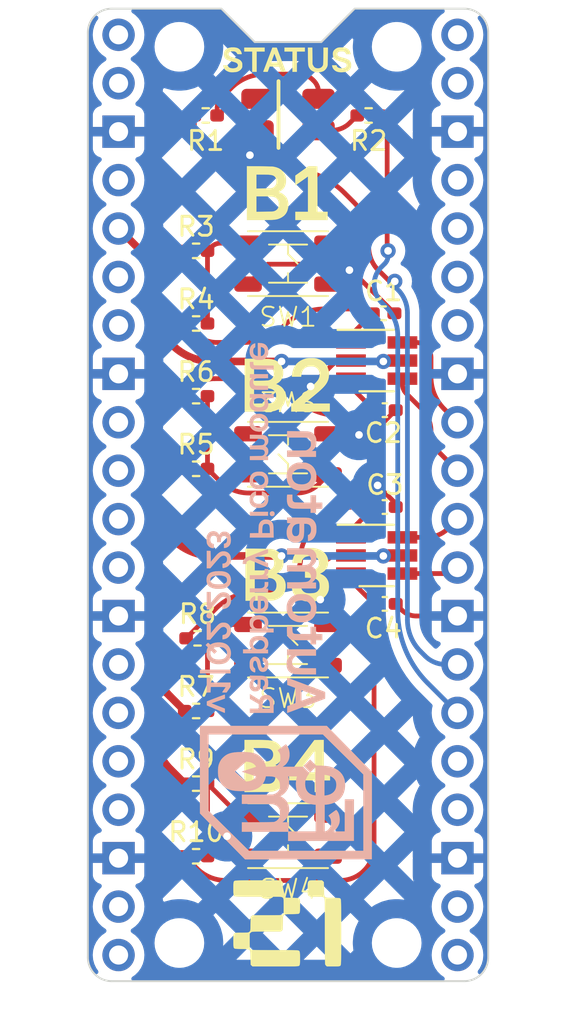
<source format=kicad_pcb>
(kicad_pcb (version 20221018) (generator pcbnew)
  (layers (0 "F.Cu" signal) (31 "B.Cu" signal) (34 "B.Paste" user) (35 "F.Paste" user) (36 "B.SilkS" user "B.Silkscreen") (37 "F.SilkS" user "F.Silkscreen") (38 "B.Mask" user) (39 "F.Mask" user) (44 "Edge.Cuts" user))
  (net 0 "")
  (net 1 "Net-(C1-Pad1)")
  (net 2 "GND")
  (net 3 "Net-(C2-Pad1)")
  (net 4 "Net-(C3-Pad1)")
  (net 5 "Net-(C4-Pad1)")
  (net 6 "Net-(D1-A1)")
  (net 7 "Net-(D1-A2)")
  (net 14 "GPIO6")
  (net 15 "GPIO7")
  (net 16 "GPIO8")
  (net 17 "GPIO9")
  (net 18 "GPIO10")
  (net 19 "GPIO11")
  (net 27 "VCC")
  (net 40 "Net-(SW1-A)")
  (net 41 "Net-(SW2-A)")
  (net 42 "Net-(SW3-A)")
  (net 43 "Net-(SW4-A)")
  (footprint "Resistor_SMD:R_0402_1005Metric_Pad0.72x0.64mm_HandSolder" (layer "F.Cu") (at 5.6775 12.7)
    (fp_text reference "R3" (at 0 -1.27) (layer "F.SilkS"))
    (fp_text value "10k")
    (pad "1" smd roundrect (at -0.5975 0) (size 0.715 0.64) (layers "F.Cu" "F.Paste" "F.Mask") (net 27 "VCC"))
    (pad "2" smd roundrect (at 0.5975 0) (size 0.715 0.64) (layers "F.Cu" "F.Paste" "F.Mask") (net 40 "Net-(SW1-A)"))
  )
  (footprint "Capacitor_SMD:C_0402_1005Metric_Pad0.74x0.62mm_HandSolder" (layer "F.Cu") (at 15.58 21.055)
    (fp_text reference "C2" (at -0.08 1.195) (layer "F.SilkS"))
    (fp_text value "100nF")
    (pad "1" smd roundrect (at -0.5675 0) (size 0.735 0.62) (layers "F.Cu" "F.Paste" "F.Mask") (net 3 "Net-(C2-Pad1)"))
    (pad "2" smd roundrect (at 0.5675 0) (size 0.735 0.62) (layers "F.Cu" "F.Paste" "F.Mask") (net 2 "GND"))
  )
  (footprint "MountingHole:MountingHole_2.1mm" (layer "F.Cu") (at 4.8 2)
    (fp_text reference "REF**" hide)
    (fp_text value "MountingHole_2.1mm")
    (pad "" np_thru_hole circle (at 0 0) (size 2.1 2.1) (drill 2.1) (layers "*.Cu" "*.Mask"))
  )
  (footprint "Pico_mod_graphic:drawing" (layer "F.Cu") (at 13.4 36.7)
    (fp_text reference "Ref**" hide)
    (fp_text value "Val**" hide)
  )
  (footprint "Connector_PinSocket_2.54mm:PinSocket_1x20_P2.54mm_Vertical" (layer "F.Cu") (at 1.61 1.37)
    (fp_text reference "J2" hide)
    (fp_text value "Right_PinHeader")
    (pad "1" thru_hole oval (at 0 0) (size 1.7 1.7) (drill 1) (layers "*.Cu" "*.Mask"))
    (pad "2" thru_hole oval (at 0 2.54) (size 1.7 1.7) (drill 1) (layers "*.Cu" "*.Mask"))
    (pad "3" thru_hole rect (at 0 5.08) (size 1.7 1.7) (drill 1) (layers "*.Cu" "*.Mask") (net 2 "GND"))
    (pad "4" thru_hole oval (at 0 7.62) (size 1.7 1.7) (drill 1) (layers "*.Cu" "*.Mask"))
    (pad "5" thru_hole oval (at 0 10.16) (size 1.7 1.7) (drill 1) (layers "*.Cu" "*.Mask") (net 27 "VCC"))
    (pad "6" thru_hole oval (at 0 12.7) (size 1.7 1.7) (drill 1) (layers "*.Cu" "*.Mask"))
    (pad "7" thru_hole oval (at 0 15.24) (size 1.7 1.7) (drill 1) (layers "*.Cu" "*.Mask"))
    (pad "8" thru_hole rect (at 0 17.78) (size 1.7 1.7) (drill 1) (layers "*.Cu" "*.Mask") (net 2 "GND"))
    (pad "9" thru_hole oval (at 0 20.32) (size 1.7 1.7) (drill 1) (layers "*.Cu" "*.Mask"))
    (pad "10" thru_hole oval (at 0 22.86) (size 1.7 1.7) (drill 1) (layers "*.Cu" "*.Mask"))
    (pad "11" thru_hole oval (at 0 25.4) (size 1.7 1.7) (drill 1) (layers "*.Cu" "*.Mask"))
    (pad "12" thru_hole oval (at 0 27.94) (size 1.7 1.7) (drill 1) (layers "*.Cu" "*.Mask"))
    (pad "13" thru_hole rect (at 0 30.48) (size 1.7 1.7) (drill 1) (layers "*.Cu" "*.Mask") (net 2 "GND"))
    (pad "14" thru_hole oval (at 0 33.02) (size 1.7 1.7) (drill 1) (layers "*.Cu" "*.Mask"))
    (pad "15" thru_hole oval (at 0 35.56) (size 1.7 1.7) (drill 1) (layers "*.Cu" "*.Mask"))
    (pad "16" thru_hole oval (at 0 38.1) (size 1.7 1.7) (drill 1) (layers "*.Cu" "*.Mask"))
    (pad "17" thru_hole oval (at 0 40.64) (size 1.7 1.7) (drill 1) (layers "*.Cu" "*.Mask"))
    (pad "18" thru_hole rect (at 0 43.18) (size 1.7 1.7) (drill 1) (layers "*.Cu" "*.Mask") (net 2 "GND"))
    (pad "19" thru_hole oval (at 0 45.72) (size 1.7 1.7) (drill 1) (layers "*.Cu" "*.Mask"))
    (pad "20" thru_hole oval (at 0 48.26) (size 1.7 1.7) (drill 1) (layers "*.Cu" "*.Mask"))
  )
  (footprint "Resistor_SMD:R_0402_1005Metric_Pad0.72x0.64mm_HandSolder" (layer "F.Cu") (at 5.6775 44.45)
    (fp_text reference "R10" (at 0 -1.27) (layer "F.SilkS"))
    (fp_text value "10k")
    (pad "1" smd roundrect (at -0.5975 0) (size 0.715 0.64) (layers "F.Cu" "F.Paste" "F.Mask") (net 5 "Net-(C4-Pad1)"))
    (pad "2" smd roundrect (at 0.5975 0) (size 0.715 0.64) (layers "F.Cu" "F.Paste" "F.Mask") (net 43 "Net-(SW4-A)"))
  )
  (footprint "Package_TO_SOT_SMD:SOT-23-6_Handsoldering" (layer "F.Cu") (at 15.152 18.454)
    (fp_text reference "U1" hide)
    (fp_text value "SN74LVC1G17")
    (pad "1" smd rect (at -1.35 -0.95) (size 1.56 0.65) (layers "F.Cu" "F.Paste" "F.Mask") (net 1 "Net-(C1-Pad1)"))
    (pad "2" smd rect (at -1.35 0) (size 1.56 0.65) (layers "F.Cu" "F.Paste" "F.Mask") (net 2 "GND"))
    (pad "3" smd rect (at -1.35 0.95) (size 1.56 0.65) (layers "F.Cu" "F.Paste" "F.Mask") (net 3 "Net-(C2-Pad1)"))
    (pad "4" smd rect (at 1.35 0.95) (size 1.56 0.65) (layers "F.Cu" "F.Paste" "F.Mask") (net 15 "GPIO7"))
    (pad "5" smd rect (at 1.35 0) (size 1.56 0.65) (layers "F.Cu" "F.Paste" "F.Mask") (net 27 "VCC"))
    (pad "6" smd rect (at 1.35 -0.95) (size 1.56 0.65) (layers "F.Cu" "F.Paste" "F.Mask") (net 14 "GPIO6"))
  )
  (footprint "Resistor_SMD:R_0402_1005Metric_Pad0.72x0.64mm_HandSolder" (layer "F.Cu") (at 5.6775 24.13)
    (fp_text reference "R5" (at 0 -1.27) (layer "F.SilkS"))
    (fp_text value "10k")
    (pad "1" smd roundrect (at -0.5975 0) (size 0.715 0.64) (layers "F.Cu" "F.Paste" "F.Mask") (net 27 "VCC"))
    (pad "2" smd roundrect (at 0.5975 0) (size 0.715 0.64) (layers "F.Cu" "F.Paste" "F.Mask") (net 41 "Net-(SW2-A)"))
  )
  (footprint "MountingHole:MountingHole_2.1mm" (layer "F.Cu") (at 4.8 49)
    (fp_text reference "REF**" hide)
    (fp_text value "MountingHole_2.1mm")
    (pad "" np_thru_hole circle (at 0 0) (size 2.1 2.1) (drill 2.1) (layers "F&B.Cu" "*.Mask"))
  )
  (footprint "_buttons:SW_SMD_KLS7-TS3401" (layer "F.Cu") (at 10.5 13.37)
    (fp_text reference "SW1" (at 0 2.8 unlocked) (layer "F.SilkS") (effects (font (thickness 0.1))))
    (fp_text value "SW_SPST")
    (pad "1" smd roundrect (at -2.1 -1.075) (size 1.45 0.8) (layers "F.Cu" "F.Paste" "F.Mask") (net 40 "Net-(SW1-A)"))
    (pad "2" smd roundrect (at -2.1 1.075) (size 1.45 0.8) (layers "F.Cu" "F.Paste" "F.Mask") (net 2 "GND"))
    (pad "3" smd roundrect (at 2.1 1.075) (size 1.45 0.8) (layers "F.Cu" "F.Paste" "F.Mask"))
    (pad "4" smd roundrect (at 2.1 -1.075) (size 1.45 0.8) (layers "F.Cu" "F.Paste" "F.Mask"))
  )
  (footprint "Connector_PinSocket_2.54mm:PinSocket_1x20_P2.54mm_Vertical" (layer "F.Cu") (at 19.39 1.37)
    (fp_text reference "J1" hide)
    (fp_text value "Left_PinHeader")
    (pad "1" thru_hole oval (at 0 0) (size 1.7 1.7) (drill 1) (layers "*.Cu" "*.Mask"))
    (pad "2" thru_hole oval (at 0 2.54) (size 1.7 1.7) (drill 1) (layers "*.Cu" "*.Mask"))
    (pad "3" thru_hole rect (at 0 5.08) (size 1.7 1.7) (drill 1) (layers "*.Cu" "*.Mask") (net 2 "GND"))
    (pad "4" thru_hole oval (at 0 7.62) (size 1.7 1.7) (drill 1) (layers "*.Cu" "*.Mask"))
    (pad "5" thru_hole oval (at 0 10.16) (size 1.7 1.7) (drill 1) (layers "*.Cu" "*.Mask"))
    (pad "6" thru_hole oval (at 0 12.7) (size 1.7 1.7) (drill 1) (layers "*.Cu" "*.Mask"))
    (pad "7" thru_hole oval (at 0 15.24) (size 1.7 1.7) (drill 1) (layers "*.Cu" "*.Mask"))
    (pad "8" thru_hole rect (at 0 17.78) (size 1.7 1.7) (drill 1) (layers "*.Cu" "*.Mask") (net 2 "GND"))
    (pad "9" thru_hole oval (at 0 20.32) (size 1.7 1.7) (drill 1) (layers "*.Cu" "*.Mask") (net 14 "GPIO6"))
    (pad "10" thru_hole oval (at 0 22.86) (size 1.7 1.7) (drill 1) (layers "*.Cu" "*.Mask") (net 15 "GPIO7"))
    (pad "11" thru_hole oval (at 0 25.4) (size 1.7 1.7) (drill 1) (layers "*.Cu" "*.Mask") (net 16 "GPIO8"))
    (pad "12" thru_hole oval (at 0 27.94) (size 1.7 1.7) (drill 1) (layers "*.Cu" "*.Mask") (net 17 "GPIO9"))
    (pad "13" thru_hole rect (at 0 30.48) (size 1.7 1.7) (drill 1) (layers "*.Cu" "*.Mask") (net 2 "GND"))
    (pad "14" thru_hole oval (at 0 33.02) (size 1.7 1.7) (drill 1) (layers "*.Cu" "*.Mask") (net 18 "GPIO10"))
    (pad "15" thru_hole oval (at 0 35.56) (size 1.7 1.7) (drill 1) (layers "*.Cu" "*.Mask") (net 19 "GPIO11"))
    (pad "16" thru_hole oval (at 0 38.1) (size 1.7 1.7) (drill 1) (layers "*.Cu" "*.Mask"))
    (pad "17" thru_hole oval (at 0 40.64) (size 1.7 1.7) (drill 1) (layers "*.Cu" "*.Mask"))
    (pad "18" thru_hole rect (at 0 43.18) (size 1.7 1.7) (drill 1) (layers "*.Cu" "*.Mask") (net 2 "GND"))
    (pad "19" thru_hole oval (at 0 45.72) (size 1.7 1.7) (drill 1) (layers "*.Cu" "*.Mask"))
    (pad "20" thru_hole oval (at 0 48.26) (size 1.7 1.7) (drill 1) (layers "*.Cu" "*.Mask"))
  )
  (footprint "MountingHole:MountingHole_2.1mm" (layer "F.Cu") (at 16.2 2)
    (fp_text reference "REF**" hide)
    (fp_text value "MountingHole_2.1mm")
    (pad "" np_thru_hole circle (at 0 0) (size 2.1 2.1) (drill 2.1) (layers "F&B.Cu" "*.Mask"))
  )
  (footprint "Capacitor_SMD:C_0402_1005Metric_Pad0.74x0.62mm_HandSolder" (layer "F.Cu") (at 15.5125 15.975)
    (fp_text reference "C1" (at 0 -1.16) (layer "F.SilkS"))
    (fp_text value "100nF")
    (pad "1" smd roundrect (at -0.5675 0) (size 0.735 0.62) (layers "F.Cu" "F.Paste" "F.Mask") (net 1 "Net-(C1-Pad1)"))
    (pad "2" smd roundrect (at 0.5675 0) (size 0.735 0.62) (layers "F.Cu" "F.Paste" "F.Mask") (net 2 "GND"))
  )
  (footprint "Resistor_SMD:R_0402_1005Metric_Pad0.72x0.64mm_HandSolder" (layer "F.Cu") (at 5.6775 36.83)
    (fp_text reference "R7" (at 0 -1.27) (layer "F.SilkS"))
    (fp_text value "10k")
    (pad "1" smd roundrect (at -0.5975 0) (size 0.715 0.64) (layers "F.Cu" "F.Paste" "F.Mask") (net 27 "VCC"))
    (pad "2" smd roundrect (at 0.5975 0) (size 0.715 0.64) (layers "F.Cu" "F.Paste" "F.Mask") (net 42 "Net-(SW3-A)"))
  )
  (footprint "Resistor_SMD:R_0402_1005Metric_Pad0.72x0.64mm_HandSolder" (layer "F.Cu") (at 14.7285 5.6 180)
    (fp_text reference "R2" (at 0 -1.332) (layer "F.SilkS"))
    (fp_text value "470")
    (pad "1" smd roundrect (at -0.5975 0 180) (size 0.715 0.64) (layers "F.Cu" "F.Paste" "F.Mask") (net 19 "GPIO11"))
    (pad "2" smd roundrect (at 0.5975 0 180) (size 0.715 0.64) (layers "F.Cu" "F.Paste" "F.Mask") (net 7 "Net-(D1-A2)"))
  )
  (footprint "_buttons:SW_SMD_KLS7-TS3401" (layer "F.Cu") (at 10.5 23.37 180)
    (fp_text reference "SW2" (at 0 2.8 180 unlocked) (layer "F.SilkS") (effects (font (thickness 0.1))))
    (fp_text value "SW_SPST")
    (pad "1" smd roundrect (at -2.1 -1.075 180) (size 1.45 0.8) (layers "F.Cu" "F.Paste" "F.Mask") (net 41 "Net-(SW2-A)"))
    (pad "2" smd roundrect (at -2.1 1.075 180) (size 1.45 0.8) (layers "F.Cu" "F.Paste" "F.Mask") (net 2 "GND"))
    (pad "3" smd roundrect (at 2.1 1.075 180) (size 1.45 0.8) (layers "F.Cu" "F.Paste" "F.Mask"))
    (pad "4" smd roundrect (at 2.1 -1.075 180) (size 1.45 0.8) (layers "F.Cu" "F.Paste" "F.Mask"))
  )
  (footprint "_led:LED_RG_KPB-3025" (layer "F.Cu") (at 10.5 5.552)
    (fp_text reference "D1" hide)
    (fp_text value "LED_Dual_AKAK")
    (pad "1" smd roundrect (at 1.6 -0.825) (size 1.7 1.05) (layers "F.Cu" "F.Paste" "F.Mask") (net 6 "Net-(D1-A1)"))
    (pad "2" smd roundrect (at -1.6 -0.825) (size 1.7 1.05) (layers "F.Cu" "F.Paste" "F.Mask") (net 2 "GND"))
    (pad "3" smd roundrect (at 1.6 0.825) (size 1.7 1.05) (layers "F.Cu" "F.Paste" "F.Mask") (net 7 "Net-(D1-A2)"))
    (pad "4" smd roundrect (at -1.6 0.825) (size 1.7 1.05) (layers "F.Cu" "F.Paste" "F.Mask") (net 2 "GND"))
  )
  (footprint "Resistor_SMD:R_0402_1005Metric_Pad0.72x0.64mm_HandSolder" (layer "F.Cu") (at 5.6775 20.32)
    (fp_text reference "R6" (at 0 -1.27) (layer "F.SilkS"))
    (fp_text value "10k")
    (pad "1" smd roundrect (at -0.5975 0) (size 0.715 0.64) (layers "F.Cu" "F.Paste" "F.Mask") (net 3 "Net-(C2-Pad1)"))
    (pad "2" smd roundrect (at 0.5975 0) (size 0.715 0.64) (layers "F.Cu" "F.Paste" "F.Mask") (net 41 "Net-(SW2-A)"))
  )
  (footprint "MountingHole:MountingHole_2.1mm" (layer "F.Cu") (at 16.2 49)
    (fp_text reference "REF**" hide)
    (fp_text value "MountingHole_2.1mm")
    (pad "" np_thru_hole circle (at 0 0) (size 2.1 2.1) (drill 2.1) (layers "F&B.Cu" "*.Mask"))
  )
  (footprint "Capacitor_SMD:C_0402_1005Metric_Pad0.74x0.62mm_HandSolder" (layer "F.Cu") (at 15.58 26.135)
    (fp_text reference "C3" (at 0 -1.16) (layer "F.SilkS"))
    (fp_text value "100nF")
    (pad "1" smd roundrect (at -0.5675 0) (size 0.735 0.62) (layers "F.Cu" "F.Paste" "F.Mask") (net 4 "Net-(C3-Pad1)"))
    (pad "2" smd roundrect (at 0.5675 0) (size 0.735 0.62) (layers "F.Cu" "F.Paste" "F.Mask") (net 2 "GND"))
  )
  (footprint "_buttons:SW_SMD_KLS7-TS3401" (layer "F.Cu") (at 10.5 33.37)
    (fp_text reference "SW3" (at 0 2.8 unlocked) (layer "F.SilkS") (effects (font (thickness 0.1))))
    (fp_text value "SW_SPST")
    (pad "1" smd roundrect (at -2.1 -1.075) (size 1.45 0.8) (layers "F.Cu" "F.Paste" "F.Mask") (net 42 "Net-(SW3-A)"))
    (pad "2" smd roundrect (at -2.1 1.075) (size 1.45 0.8) (layers "F.Cu" "F.Paste" "F.Mask") (net 2 "GND"))
    (pad "3" smd roundrect (at 2.1 1.075) (size 1.45 0.8) (layers "F.Cu" "F.Paste" "F.Mask"))
    (pad "4" smd roundrect (at 2.1 -1.075) (size 1.45 0.8) (layers "F.Cu" "F.Paste" "F.Mask"))
  )
  (footprint "Resistor_SMD:R_0402_1005Metric_Pad0.72x0.64mm_HandSolder" (layer "F.Cu") (at 6.182 5.6)
    (fp_text reference "R1" (at 0 1.332) (layer "F.SilkS"))
    (fp_text value "470")
    (pad "1" smd roundrect (at -0.5975 0) (size 0.715 0.64) (layers "F.Cu" "F.Paste" "F.Mask") (net 18 "GPIO10"))
    (pad "2" smd roundrect (at 0.5975 0) (size 0.715 0.64) (layers "F.Cu" "F.Paste" "F.Mask") (net 6 "Net-(D1-A1)"))
  )
  (footprint "Resistor_SMD:R_0402_1005Metric_Pad0.72x0.64mm_HandSolder" (layer "F.Cu") (at 5.6775 16.51)
    (fp_text reference "R4" (at 0 -1.27) (layer "F.SilkS"))
    (fp_text value "10k")
    (pad "1" smd roundrect (at -0.5975 0) (size 0.715 0.64) (layers "F.Cu" "F.Paste" "F.Mask") (net 1 "Net-(C1-Pad1)"))
    (pad "2" smd roundrect (at 0.5975 0) (size 0.715 0.64) (layers "F.Cu" "F.Paste" "F.Mask") (net 40 "Net-(SW1-A)"))
  )
  (footprint "Resistor_SMD:R_0402_1005Metric_Pad0.72x0.64mm_HandSolder" (layer "F.Cu") (at 5.6775 40.64)
    (fp_text reference "R9" (at 0 -1.27) (layer "F.SilkS"))
    (fp_text value "10k")
    (pad "1" smd roundrect (at -0.5975 0) (size 0.715 0.64) (layers "F.Cu" "F.Paste" "F.Mask") (net 27 "VCC"))
    (pad "2" smd roundrect (at 0.5975 0) (size 0.715 0.64) (layers "F.Cu" "F.Paste" "F.Mask") (net 43 "Net-(SW4-A)"))
  )
  (footprint "Package_TO_SOT_SMD:SOT-23-6_Handsoldering" (layer "F.Cu") (at 15.152 28.675)
    (fp_text reference "U2" hide)
    (fp_text value "SN74LVC1G17")
    (pad "1" smd rect (at -1.35 -0.95) (size 1.56 0.65) (layers "F.Cu" "F.Paste" "F.Mask") (net 4 "Net-(C3-Pad1)"))
    (pad "2" smd rect (at -1.35 0) (size 1.56 0.65) (layers "F.Cu" "F.Paste" "F.Mask") (net 2 "GND"))
    (pad "3" smd rect (at -1.35 0.95) (size 1.56 0.65) (layers "F.Cu" "F.Paste" "F.Mask") (net 5 "Net-(C4-Pad1)"))
    (pad "4" smd rect (at 1.35 0.95) (size 1.56 0.65) (layers "F.Cu" "F.Paste" "F.Mask") (net 17 "GPIO9"))
    (pad "5" smd rect (at 1.35 0) (size 1.56 0.65) (layers "F.Cu" "F.Paste" "F.Mask") (net 27 "VCC"))
    (pad "6" smd rect (at 1.35 -0.95) (size 1.56 0.65) (layers "F.Cu" "F.Paste" "F.Mask") (net 16 "GPIO8"))
  )
  (footprint "Resistor_SMD:R_0402_1005Metric_Pad0.72x0.64mm_HandSolder" (layer "F.Cu") (at 5.7525 33.02)
    (fp_text reference "R8" (at 0 -1.27) (layer "F.SilkS"))
    (fp_text value "10k")
    (pad "1" smd roundrect (at -0.5975 0) (size 0.715 0.64) (layers "F.Cu" "F.Paste" "F.Mask") (net 4 "Net-(C3-Pad1)"))
    (pad "2" smd roundrect (at 0.5975 0) (size 0.715 0.64) (layers "F.Cu" "F.Paste" "F.Mask") (net 42 "Net-(SW3-A)"))
  )
  (footprint "Capacitor_SMD:C_0402_1005Metric_Pad0.74x0.62mm_HandSolder" (layer "F.Cu") (at 15.58 31.215)
    (fp_text reference "C4" (at -0.08 1.285) (layer "F.SilkS"))
    (fp_text value "100nF")
    (pad "1" smd roundrect (at -0.5675 0) (size 0.735 0.62) (layers "F.Cu" "F.Paste" "F.Mask") (net 5 "Net-(C4-Pad1)"))
    (pad "2" smd roundrect (at 0.5675 0) (size 0.735 0.62) (layers "F.Cu" "F.Paste" "F.Mask") (net 2 "GND"))
  )
  (footprint "_buttons:SW_SMD_KLS7-TS3401" (layer "F.Cu") (at 10.5 43.37)
    (fp_text reference "SW4" (at 0 2.8 unlocked) (layer "F.SilkS") (effects (font (thickness 0.1))))
    (fp_text value "SW_SPST")
    (pad "1" smd roundrect (at -2.1 -1.075) (size 1.45 0.8) (layers "F.Cu" "F.Paste" "F.Mask") (net 43 "Net-(SW4-A)"))
    (pad "2" smd roundrect (at -2.1 1.075) (size 1.45 0.8) (layers "F.Cu" "F.Paste" "F.Mask") (net 2 "GND"))
    (pad "3" smd roundrect (at 2.1 1.075) (size 1.45 0.8) (layers "F.Cu" "F.Paste" "F.Mask"))
    (pad "4" smd roundrect (at 2.1 -1.075) (size 1.45 0.8) (layers "F.Cu" "F.Paste" "F.Mask"))
  )
  (gr_arc (start 21 49.75) (mid 20.633883 50.633883) (end 19.75 51) (stroke (width 0.1)) (layer "Edge.Cuts"))
  (gr_arc (start 0 1.25) (mid 0.366117 0.366117) (end 1.25 0) (stroke (width 0.1)) (layer "Edge.Cuts"))
  (gr_line (start 0 49.75) (end 0 1.25) (stroke (width 0.1)) (layer "Edge.Cuts"))
  (gr_line (start 19.75 51) (end 1.25 51) (stroke (width 0.1)) (layer "Edge.Cuts"))
  (gr_line (start 8.75 1.75) (end 12.25 1.75) (stroke (width 0.1)) (layer "Edge.Cuts"))
  (gr_line (start 7 0) (end 1.25 0) (stroke (width 0.1)) (layer "Edge.Cuts"))
  (gr_arc (start 19.75 0) (mid 20.633883 0.366117) (end 21 1.25) (stroke (width 0.1)) (layer "Edge.Cuts"))
  (gr_line (start 21 1.25) (end 21 49.75) (stroke (width 0.1)) (layer "Edge.Cuts"))
  (gr_line (start 12.25 1.75) (end 14 0) (stroke (width 0.1)) (layer "Edge.Cuts"))
  (gr_arc (start 1.25 51) (mid 0.366117 50.633883) (end 0 49.75) (stroke (width 0.1)) (layer "Edge.Cuts"))
  (gr_line (start 8.75 1.75) (end 7 0) (stroke (width 0.1)) (layer "Edge.Cuts"))
  (gr_line (start 14 0) (end 19.75 0) (stroke (width 0.1)) (layer "Edge.Cuts"))
  (segment (start 13.802 17.311) (end 13.802 17.504) (width 0.25) (layer "F.Cu") (net 1))
  (segment (start 8.17832 17.504) (end 6.776864 17.504) (width 0.25) (layer "F.Cu") (net 1))
  (segment (start 5.577 17.007) (end 5.08 16.51) (width 0.25) (layer "F.Cu") (net 1))
  (segment (start 13.938471 16.981528) (end 14.8315 16.0885) (width 0.25) (layer "F.Cu") (net 1))
  (segment (start 14.557486 15.748) (end 12.417679 15.748) (width 0.25) (layer "F.Cu") (net 1))
  (arc (start 10.298 16.626) (mid 9.325482 17.275815) (end 8.17832 17.504) (width 0.25) (layer "F.Cu") (net 1))
  (arc (start 14.8315 15.8615) (mid 14.705781 15.777497) (end 14.557486 15.748) (width 0.25) (layer "F.Cu") (net 1))
  (arc (start 12.417679 15.748) (mid 11.270517 15.976184) (end 10.298 16.626) (width 0.25) (layer "F.Cu") (net 1))
  (arc (start 5.577 17.007) (mid 6.127502 17.374833) (end 6.776864 17.504) (width 0.25) (layer "F.Cu") (net 1))
  (arc (start 13.938471 16.981528) (mid 13.837467 17.132691) (end 13.802 17.311) (width 0.25) (layer "F.Cu") (net 1))
  (arc (start 14.8315 15.8615) (mid 14.878513 15.975) (end 14.8315 16.0885) (width 0.25) (layer "F.Cu") (net 1))
  (segment (start 13.422 18.454) (end 13.802 18.454) (width 0.25) (layer "F.Cu") (net 2))
  (segment (start 7.3 43.4) (end 7.355 43.4) (width 0.25) (layer "F.Cu") (net 2))
  (segment (start 14.224 22.352) (end 12.657 22.352) (width 0.25) (layer "F.Cu") (net 2))
  (segment (start 13.850742 13.745742) (end 16.08 15.975) (width 0.25) (layer "F.Cu") (net 2))
  (segment (start 16.465 31.5325) (end 16.1475 31.215) (width 0.25) (layer "F.Cu") (net 2))
  (segment (start 8.9 6.999157) (end 8.9 6.377) (width 0.25) (layer "F.Cu") (net 2))
  (segment (start 9.445 13.4) (end 8.4 14.445) (width 0.25) (layer "F.Cu") (net 2))
  (segment (start 13.768747 13.711779) (end 13.720716 13.711779) (width 0.25) (layer "F.Cu") (net 2))
  (segment (start 7.355 43.4) (end 8.4 44.445) (width 0.25) (layer "F.Cu") (net 2))
  (segment (start 15.072001 22.130498) (end 16.1475 21.055) (width 0.25) (layer "F.Cu") (net 2))
  (segment (start 17.231512 31.85) (end 19.39 31.85) (width 0.25) (layer "F.Cu") (net 2))
  (segment (start 13.720716 13.711779) (end 13.408937 13.4) (width 0.25) (layer "F.Cu") (net 2))
  (segment (start 13.182121 28.675) (end 13.802 28.675) (width 0.25) (layer "F.Cu") (net 2))
  (segment (start 8.5 7.682) (end 8.7 7.482) (width 0.25) (layer "F.Cu") (net 2))
  (segment (start 13.408937 13.4) (end 9.445 13.4) (width 0.25) (layer "F.Cu") (net 2))
  (segment (start 12.192 29.665121) (end 12.192 30.988) (width 0.25) (layer "F.Cu") (net 2))
  (segment (start 12.657 22.352) (end 12.6 22.295) (width 0.25) (layer "F.Cu") (net 2))
  (segment (start 14.224 22.352) (end 14.53725 22.352) (width 0.25) (layer "F.Cu") (net 2))
  (segment (start 16.1475 26.135) (end 16.1475 25.9475) (width 0.25) (layer "F.Cu") (net 2))
  (segment (start 11.684 19.812) (end 12.773299 18.7227) (width 0.25) (layer "F.Cu") (net 2))
  (segment (start 16.1475 25.9475) (end 15.2 25) (width 0.25) (layer "F.Cu") (net 2))
  (segment (start 12.192 30.988) (end 11.857 30.988) (width 0.25) (layer "F.Cu") (net 2))
  (segment (start 8.9 6.377) (end 8.9 4.727) (width 0.25) (layer "F.Cu") (net 2))
  (segment (start 11.857 30.988) (end 8.4 34.445) (width 0.25) (layer "F.Cu") (net 2))
  (via (at 14.224 22.352) (size 0.8) (drill 0.4) (layers "F.Cu" "B.Cu") (net 2))
  (via (at 13.720716 13.711779) (size 0.8) (drill 0.4) (layers "F.Cu" "B.Cu") (net 2))
  (via (at 15.2 25) (size 0.8) (drill 0.4) (layers "F.Cu" "B.Cu") (net 2))
  (via (at 8.5 7.682) (size 0.8) (drill 0.4) (layers "F.Cu" "B.Cu") (net 2))
  (via (at 7.3 43.4) (size 0.8) (drill 0.4) (layers "F.Cu" "B.Cu") (net 2))
  (via (at 12.192 30.988) (size 0.8) (drill 0.4) (layers "F.Cu" "B.Cu") (net 2))
  (via (at 11.684 19.812) (size 0.8) (drill 0.4) (layers "F.Cu" "B.Cu") (net 2))
  (arc (start 13.422 18.454) (mid 13.070925 18.523832) (end 12.773299 18.7227) (width 0.25) (layer "F.Cu") (net 2))
  (arc (start 8.9 6.999157) (mid 8.848021 7.260469) (end 8.7 7.482) (width 0.25) (layer "F.Cu") (net 2))
  (arc (start 12.482 28.965) (mid 12.267368 29.286218) (end 12.192 29.665121) (width 0.25) (layer "F.Cu") (net 2))
  (arc (start 13.182121 28.675) (mid 12.803218 28.750368) (end 12.482 28.965) (width 0.25) (layer "F.Cu") (net 2))
  (arc (start 16.465 31.5325) (mid 16.816678 31.767484) (end 17.231512 31.85) (width 0.25) (layer "F.Cu") (net 2))
  (arc (start 13.850742 13.745742) (mid 13.813122 13.720605) (end 13.768747 13.711779) (width 0.25) (layer "F.Cu") (net 2))
  (arc (start 15.072001 22.130498) (mid 14.826655 22.294433) (end 14.53725 22.352) (width 0.25) (layer "F.Cu") (net 2))
  (segment (start 13.17713 21.336) (end 14.532802 21.336) (width 0.25) (layer "F.Cu") (net 3))
  (segment (start 5.538 19.862) (end 5.08 20.32) (width 0.25) (layer "F.Cu") (net 3))
  (segment (start 13.802 19.62425) (end 13.802 19.404) (width 0.25) (layer "F.Cu") (net 3))
  (segment (start 14.872 20.9145) (end 13.95774 20.00024) (width 0.25) (layer "F.Cu") (net 3))
  (segment (start 8.512869 19.404) (end 6.643709 19.404) (width 0.25) (layer "F.Cu") (net 3))
  (arc (start 10.845 20.37) (mid 9.775009 19.655055) (end 8.512869 19.404) (width 0.25) (layer "F.Cu") (net 3))
  (arc (start 14.872 21.1955) (mid 14.716374 21.299485) (end 14.532802 21.336) (width 0.25) (layer "F.Cu") (net 3))
  (arc (start 6.643709 19.404) (mid 6.045303 19.52303) (end 5.538 19.862) (width 0.25) (layer "F.Cu") (net 3))
  (arc (start 14.872 20.9145) (mid 14.930197 21.055) (end 14.872 21.1955) (width 0.25) (layer "F.Cu") (net 3))
  (arc (start 13.802 19.62425) (mid 13.842475 19.827734) (end 13.95774 20.00024) (width 0.25) (layer "F.Cu") (net 3))
  (arc (start 10.845 20.37) (mid 11.91499 21.084944) (end 13.17713 21.336) (width 0.25) (layer "F.Cu") (net 3))
  (segment (start 15.0125 26.135) (end 13.99675 26.135) (width 0.25) (layer "F.Cu") (net 4))
  (segment (start 10.637184 30.002815) (end 10.608 30.032) (width 0.25) (layer "F.Cu") (net 4))
  (segment (start 11.714815 27.401184) (end 12.262756 26.853243) (width 0.25) (layer "F.Cu") (net 4))
  (segment (start 15.0125 26.135) (end 13.936173 27.211326) (width 0.25) (layer "F.Cu") (net 4))
  (segment (start 13.802 27.53525) (end 13.802 27.725) (width 0.25) (layer "F.Cu") (net 4))
  (segment (start 6.70349 31.471509) (end 5.155 33.02) (width 0.25) (layer "F.Cu") (net 4))
  (segment (start 8.8075 30.6) (end 9.236726 30.6) (width 0.25) (layer "F.Cu") (net 4))
  (arc (start 13.99675 26.135) (mid 13.058319 26.321665) (end 12.262756 26.853243) (width 0.25) (layer "F.Cu") (net 4))
  (arc (start 10.608 30.032) (mid 9.978854 30.452381) (end 9.236726 30.6) (width 0.25) (layer "F.Cu") (net 4))
  (arc (start 11.176 28.702) (mid 11.035966 29.405996) (end 10.637184 30.002815) (width 0.25) (layer "F.Cu") (net 4))
  (arc (start 13.936173 27.211326) (mid 13.83687 27.359943) (end 13.802 27.53525) (width 0.25) (layer "F.Cu") (net 4))
  (arc (start 8.8075 30.6) (mid 7.668818 30.826497) (end 6.70349 31.471509) (width 0.25) (layer "F.Cu") (net 4))
  (arc (start 11.714815 27.401184) (mid 11.316033 27.998003) (end 11.176 28.702) (width 0.25) (layer "F.Cu") (net 4))
  (segment (start 13.802 29.81475) (end 13.802 29.625) (width 0.25) (layer "F.Cu") (net 5))
  (segment (start 5.715 45.085) (end 5.08 44.45) (width 0.25) (layer "F.Cu") (net 5))
  (segment (start 15.0125 31.215) (end 13.936173 30.138673) (width 0.25) (layer "F.Cu") (net 5))
  (segment (start 13.232841 45.72) (end 7.248025 45.72) (width 0.25) (layer "F.Cu") (net 5))
  (segment (start 15.0125 31.215) (end 15.0125 43.940341) (width 0.25) (layer "F.Cu") (net 5))
  (arc (start 15.0125 43.940341) (mid 14.877031 44.621387) (end 14.49125 45.19875) (width 0.25) (layer "F.Cu") (net 5))
  (arc (start 14.49125 45.19875) (mid 13.913887 45.584531) (end 13.232841 45.72) (width 0.25) (layer "F.Cu") (net 5))
  (arc (start 13.802 29.81475) (mid 13.83687 29.990056) (end 13.936173 30.138673) (width 0.25) (layer "F.Cu") (net 5))
  (arc (start 5.715 45.085) (mid 6.418357 45.554968) (end 7.248025 45.72) (width 0.25) (layer "F.Cu") (net 5))
  (segment (start 6.7795 5.25125) (end 6.7795 5.6) (width 0.25) (layer "F.Cu") (net 6))
  (segment (start 11.075735 3.432) (end 9.2898 3.432) (width 0.25) (layer "F.Cu") (net 6))
  (segment (start 12.1 4.3795) (end 12.1 4.727) (width 0.25) (layer "F.Cu") (net 6))
  (segment (start 11.8 3.732) (end 11.85428 3.78628) (width 0.25) (layer "F.Cu") (net 6))
  (segment (start 7.026103 4.655896) (end 7.51475 4.16725) (width 0.25) (layer "F.Cu") (net 6))
  (arc (start 11.85428 3.78628) (mid 12.036139 4.058451) (end 12.1 4.3795) (width 0.25) (layer "F.Cu") (net 6))
  (arc (start 9.2898 3.432) (mid 8.329149 3.623085) (end 7.51475 4.16725) (width 0.25) (layer "F.Cu") (net 6))
  (arc (start 11.8 3.732) (mid 11.467704 3.509967) (end 11.075735 3.432) (width 0.25) (layer "F.Cu") (net 6))
  (arc (start 7.026103 4.655896) (mid 6.84359 4.929046) (end 6.7795 5.25125) (width 0.25) (layer "F.Cu") (net 6))
  (segment (start 12.804578 6.377) (end 12.1 6.377) (width 0.25) (layer "F.Cu") (net 7))
  (segment (start 13.7425 5.9885) (end 14.131 5.6) (width 0.25) (layer "F.Cu") (net 7))
  (arc (start 13.7425 5.9885) (mid 13.312177 6.276032) (end 12.804578 6.377) (width 0.25) (layer "F.Cu") (net 7))
  (segment (start 18.695 20.995) (end 19.39 21.69) (width 0.25) (layer "F.Cu") (net 14))
  (segment (start 17.201074 17.504) (end 16.502 17.504) (width 0.25) (layer "F.Cu") (net 14))
  (segment (start 18 19.317121) (end 18 18.302925) (width 0.25) (layer "F.Cu") (net 14))
  (arc (start 18 19.317121) (mid 18.180624 20.225182) (end 18.695 20.995) (width 0.25) (layer "F.Cu") (net 14))
  (arc (start 17.766 17.738) (mid 17.506809 17.564814) (end 17.201074 17.504) (width 0.25) (layer "F.Cu") (net 14))
  (arc (start 17.766 17.738) (mid 17.939185 17.997189) (end 18 18.302925) (width 0.25) (layer "F.Cu") (net 14))
  (segment (start 16.705293 20.182293) (end 17.518106 20.995106) (width 0.25) (layer "F.Cu") (net 15))
  (segment (start 18.481893 23.321893) (end 19.39 24.23) (width 0.25) (layer "F.Cu") (net 15))
  (segment (start 16.502 19.6915) (end 16.502 19.404) (width 0.25) (layer "F.Cu") (net 15))
  (arc (start 16.502 19.6915) (mid 16.554834 19.957115) (end 16.705293 20.182293) (width 0.25) (layer "F.Cu") (net 15))
  (arc (start 18 22.1585) (mid 18.125239 22.788123) (end 18.481893 23.321893) (width 0.25) (layer "F.Cu") (net 15))
  (arc (start 17.518106 20.995106) (mid 17.874759 21.528875) (end 18 22.1585) (width 0.25) (layer "F.Cu") (net 15))
  (segment (start 18.9125 27.2475) (end 19.39 26.77) (width 0.25) (layer "F.Cu") (net 16))
  (segment (start 17.759713 27.725) (end 16.502 27.725) (width 0.25) (layer "F.Cu") (net 16))
  (arc (start 18.9125 27.2475) (mid 18.383596 27.600901) (end 17.759713 27.725) (width 0.25) (layer "F.Cu") (net 16))
  (segment (start 19.2325 29.4675) (end 19.39 29.31) (width 0.25) (layer "F.Cu") (net 17))
  (segment (start 18.852261 29.625) (end 16.502 29.625) (width 0.25) (layer "F.Cu") (net 17))
  (arc (start 19.2325 29.4675) (mid 19.058044 29.584067) (end 18.852261 29.625) (width 0.25) (layer "F.Cu") (net 17))
  (segment (start 5.5845 6.29225) (end 5.5845 5.6) (width 0.25) (layer "F.Cu") (net 18))
  (segment (start 13.927312 10.127312) (end 13.4695 9.6695) (width 0.25) (layer "F.Cu") (net 18))
  (segment (start 10.421555 8.407) (end 8.012859 8.407) (width 0.25) (layer "F.Cu") (net 18))
  (segment (start 6.29575 7.69575) (end 6.073994 7.473994) (width 0.25) (layer "F.Cu") (net 18))
  (segment (start 14.732 12.489579) (end 14.732 12.07) (width 0.25) (layer "F.Cu") (net 18))
  (segment (start 15.827286 14.3) (end 15.145251 13.617965) (width 0.25) (layer "F.Cu") (net 18))
  (segment (start 16.1 14.3) (end 15.827286 14.3) (width 0.25) (layer "F.Cu") (net 18))
  (via (at 16.1 14.3) (size 0.8) (drill 0.4) (layers "F.Cu" "B.Cu") (net 18))
  (arc (start 6.073994 7.473994) (mid 5.711715 6.931805) (end 5.5845 6.29225) (width 0.25) (layer "F.Cu") (net 18))
  (arc (start 8.012859 8.407) (mid 7.083566 8.222152) (end 6.29575 7.69575) (width 0.25) (layer "F.Cu") (net 18))
  (arc (start 15.145251 13.617965) (mid 14.839197 13.089895) (end 14.732 12.489579) (width 0.25) (layer "F.Cu") (net 18))
  (arc (start 13.4695 9.6695) (mid 12.071091 8.735113) (end 10.421555 8.407) (width 0.25) (layer "F.Cu") (net 18))
  (arc (start 14.732 12.07) (mid 14.522868 11.018624) (end 13.927312 10.127312) (width 0.25) (layer "F.Cu") (net 18))
  (segment (start 16.1 14.579286) (end 16.350749 14.830035) (width 0.25) (layer "B.Cu") (net 18))
  (segment (start 18.762 34.39) (end 19.39 34.39) (width 0.25) (layer "B.Cu") (net 18))
  (segment (start 16.1 14.3) (end 16.1 14.579286) (width 0.25) (layer "B.Cu") (net 18))
  (segment (start 16.764 15.95842) (end 16.764 32.051263) (width 0.25) (layer "B.Cu") (net 18))
  (segment (start 17.449 33.705) (end 17.689936 33.945936) (width 0.25) (layer "B.Cu") (net 18))
  (arc (start 17.689936 33.945936) (mid 18.181803 34.274591) (end 18.762 34.39) (width 0.25) (layer "B.Cu") (net 18))
  (arc (start 16.350749 14.830035) (mid 16.656803 15.358105) (end 16.764 15.95842) (width 0.25) (layer "B.Cu") (net 18))
  (arc (start 16.764 32.051263) (mid 16.942025 32.946259) (end 17.449 33.705) (width 0.25) (layer "B.Cu") (net 18))
  (segment (start 15.7 6.238457) (end 15.7 12.618058) (width 0.25) (layer "F.Cu") (net 19))
  (segment (start 15.724 12.676) (end 15.748 12.7) (width 0.25) (layer "F.Cu") (net 19))
  (segment (start 15.513 5.787) (end 15.326 5.6) (width 0.25) (layer "F.Cu") (net 19))
  (via (at 15.748 12.7) (size 0.8) (drill 0.4) (layers "F.Cu" "B.Cu") (net 19))
  (arc (start 15.7 12.618058) (mid 15.706237 12.649416) (end 15.724 12.676) (width 0.25) (layer "F.Cu") (net 19))
  (arc (start 15.513 5.787) (mid 15.6514 5.99413) (end 15.7 6.238457) (width 0.25) (layer "F.Cu") (net 19))
  (segment (start 16.256 17.127862) (end 16.256 31.579927) (width 0.25) (layer "B.Cu") (net 19))
  (segment (start 15.748 12.949347) (end 15.748 12.7) (width 0.25) (layer "B.Cu") (net 19))
  (segment (start 15.023 14.436347) (end 15.023 14.473347) (width 0.25) (layer "B.Cu") (net 19))
  (segment (start 15.571684 13.37501) (end 15.3855 13.561195) (width 0.25) (layer "B.Cu") (net 19))
  (segment (start 17.823 35.363) (end 19.39 36.93) (width 0.25) (layer "B.Cu") (net 19))
  (segment (start 15.6395 15.6395) (end 15.411663 15.411663) (width 0.25) (layer "B.Cu") (net 19))
  (arc (start 15.6395 15.6395) (mid 16.095776 16.322366) (end 16.256 17.127862) (width 0.25) (layer "B.Cu") (net 19))
  (arc (start 16.256 31.579927) (mid 16.66325 33.627311) (end 17.823 35.363) (width 0.25) (layer "B.Cu") (net 19))
  (arc (start 15.748 12.949347) (mid 15.702176 13.179714) (end 15.571684 13.37501) (width 0.25) (layer "B.Cu") (net 19))
  (arc (start 15.023 14.473347) (mid 15.12401 14.98116) (end 15.411663 15.411663) (width 0.25) (layer "B.Cu") (net 19))
  (arc (start 15.3855 13.561195) (mid 15.11721 13.962718) (end 15.023 14.436347) (width 0.25) (layer "B.Cu") (net 19))
  (segment (start 3.556 17.991537) (end 3.556 15.536462) (width 0.4) (layer "F.Cu") (net 27))
  (segment (start 3.556 17.991537) (end 3.556 21.528369) (width 0.4) (layer "F.Cu") (net 27))
  (segment (start 3.556 23.68363) (end 3.556 21.528369) (width 0.4) (layer "F.Cu") (net 27))
  (segment (start 4.568457 13.211542) (end 5.08 12.7) (width 0.4) (layer "F.Cu") (net 27))
  (segment (start 3.556 17.991537) (end 3.556003 17.519661) (width 0.4) (layer "F.Cu") (net 27))
  (segment (start 3.556 36.38363) (end 3.556 36.173793) (width 0.4) (layer "F.Cu") (net 27))
  (segment (start 4.318 36.068) (end 4.169622 35.919622) (width 0.4) (layer "F.Cu") (net 27))
  (segment (start 15.578526 18.454) (end 16.502 18.454) (width 0.4) (layer "F.Cu") (net 27))
  (segment (start 3.556 28.179821) (end 3.555999 27.630314) (width 0.4) (layer "F.Cu") (net 27))
  (segment (start 3.556 36.38363) (end 3.556 34.228369) (width 0.4) (layer "F.Cu") (net 27))
  (segment (start 15.523 18.477) (end 15.5 18.5) (width 0.4) (layer "F.Cu") (net 27))
  (segment (start 10.16 18.5) (end 6.519537 18.5) (width 0.4) (layer "F.Cu") (net 27))
  (segment (start 4.318 36.068) (end 5.08 36.83) (width 0.4) (layer "F.Cu") (net 27))
  (segment (start 15.5125 28.6875) (end 15.5 28.7) (width 0.4) (layer "F.Cu") (net 27))
  (segment (start 4.318 39.878) (end 5.08 40.64) (width 0.4) (layer "F.Cu") (net 27))
  (segment (start 15.542677 28.675) (end 16.502 28.675) (width 0.4) (layer "F.Cu") (net 27))
  (segment (start 3.556 34.228369) (end 3.556 28.179821) (width 0.4) (layer "F.Cu") (net 27))
  (segment (start 4.318 23.368) (end 5.08 24.13) (width 0.4) (layer "F.Cu") (net 27))
  (segment (start 3.556 13.85) (end 3.556 15.536462) (width 0.4) (layer "F.Cu") (net 27))
  (segment (start 3.291542 13.211542) (end 1.61 11.53) (width 0.4) (layer "F.Cu") (net 27))
  (segment (start 4.424 17.632) (end 4.090335 17.298335) (width 0.4) (layer "F.Cu") (net 27))
  (segment (start 4.444 27.812) (end 4.055439 27.423439) (width 0.4) (layer "F.Cu") (net 27))
  (segment (start 3.556 28.179821) (end 3.556 25.668178) (width 0.4) (layer "F.Cu") (net 27))
  (segment (start 3.556 36.38363) (end 3.556 38.038369) (width 0.4) (layer "F.Cu") (net 27))
  (segment (start 3.556 23.68363) (end 3.556 25.668178) (width 0.4) (layer "F.Cu") (net 27))
  (segment (start 10.16 28.7) (end 6.587821 28.7) (width 0.4) (layer "F.Cu") (net 27))
  (via (at 15.5 28.7) (size 0.8) (drill 0.4) (layers "F.Cu" "B.Cu") (net 27))
  (via (at 10.16 28.7) (size 0.8) (drill 0.4) (layers "F.Cu" "B.Cu") (net 27))
  (via (at 10.16 18.5) (size 0.8) (drill 0.4) (layers "F.Cu" "B.Cu") (net 27))
  (via (at 15.5 18.5) (size 0.8) (drill 0.4) (layers "F.Cu" "B.Cu") (net 27))
  (arc (start 4.444 27.812) (mid 5.427593 28.469216) (end 6.587821 28.7) (width 0.4) (layer "F.Cu") (net 27))
  (arc (start 4.169622 35.919622) (mid 3.777896 35.841703) (end 3.556 36.173793) (width 0.4) (layer "F.Cu") (net 27))
  (arc (start 3.556 34.228369) (mid 3.754037 35.22397) (end 4.318 36.068) (width 0.4) (layer "F.Cu") (net 27))
  (arc (start 15.578526 18.454) (mid 15.548475 18.459977) (end 15.523 18.477) (width 0.4) (layer "F.Cu") (net 27))
  (arc (start 3.556 38.038369) (mid 3.754037 39.03397) (end 4.318 39.878) (width 0.4) (layer "F.Cu") (net 27))
  (arc (start 4.568457 13.211542) (mid 4.27553 13.407269) (end 3.93 13.476) (width 0.4) (layer "F.Cu") (net 27))
  (arc (start 3.291542 13.211542) (mid 3.584469 13.407269) (end 3.93 13.476) (width 0.4) (layer "F.Cu") (net 27))
  (arc (start 3.556 25.668178) (mid 3.786783 26.828406) (end 4.444 27.812) (width 0.4) (layer "F.Cu") (net 27))
  (arc (start 3.556 21.528369) (mid 3.754037 22.52397) (end 4.318 23.368) (width 0.4) (layer "F.Cu") (net 27))
  (arc (start 4.090335 17.298335) (mid 3.749226 17.230484) (end 3.556003 17.519661) (width 0.4) (layer "F.Cu") (net 27))
  (arc (start 4.055439 27.423439) (mid 3.736604 27.360019) (end 3.555999 27.630314) (width 0.4) (layer "F.Cu") (net 27))
  (arc (start 4.424 17.632) (mid 5.38544 18.274414) (end 6.519537 18.5) (width 0.4) (layer "F.Cu") (net 27))
  (arc (start 15.542677 28.675) (mid 15.526345 28.678248) (end 15.5125 28.6875) (width 0.4) (layer "F.Cu") (net 27))
  (arc (start 3.556 13.85) (mid 3.487269 13.504469) (end 3.291542 13.211542) (width 0.4) (layer "F.Cu") (net 27))
  (arc (start 3.93 13.476) (mid 3.665542 13.585542) (end 3.556 13.85) (width 0.4) (layer "F.Cu") (net 27))
  (arc (start 4.318 23.368) (mid 3.831551 23.271239) (end 3.556 23.68363) (width 0.4) (layer "F.Cu") (net 27))
  (arc (start 3.556 15.536462) (mid 3.781585 16.670559) (end 4.424 17.632) (width 0.4) (layer "F.Cu") (net 27))
  (segment (start 15.5 18.5) (end 10.16 18.5) (width 0.4) (layer "B.Cu") (net 27))
  (segment (start 10.16 28.7) (end 15.5 28.7) (width 0.4) (layer "B.Cu") (net 27))
  (segment (start 6.4775 12.4975) (end 6.275 12.7) (width 0.25) (layer "F.Cu") (net 40))
  (segment (start 6.275 12.7) (end 6.275 16.51) (width 0.25) (layer "F.Cu") (net 40))
  (segment (start 6.966378 12.295) (end 8.4 12.295) (width 0.25) (layer "F.Cu") (net 40))
  (arc (start 6.966378 12.295) (mid 6.701799 12.347628) (end 6.4775 12.4975) (width 0.25) (layer "F.Cu") (net 40))
  (segment (start 6.275 24.13) (end 6.275 20.32) (width 0.25) (layer "F.Cu") (net 41))
  (segment (start 6.91 24.765) (end 6.275 24.13) (width 0.25) (layer "F.Cu") (net 41))
  (segment (start 8.443025 25.4) (end 10.969713 25.4) (width 0.25) (layer "F.Cu") (net 41))
  (segment (start 12.1225 24.9225) (end 12.6 24.445) (width 0.25) (layer "F.Cu") (net 41))
  (arc (start 6.91 24.765) (mid 7.613357 25.234968) (end 8.443025 25.4) (width 0.25) (layer "F.Cu") (net 41))
  (arc (start 12.1225 24.9225) (mid 11.593596 25.275901) (end 10.969713 25.4) (width 0.25) (layer "F.Cu") (net 41))
  (segment (start 6.3875 32.9825) (end 6.3125 33.0575) (width 0.25) (layer "F.Cu") (net 42))
  (segment (start 7.587652 32.295) (end 8.4 32.295) (width 0.25) (layer "F.Cu") (net 42))
  (segment (start 6.275 33.148033) (end 6.275 36.83) (width 0.25) (layer "F.Cu") (net 42))
  (segment (start 6.3875 32.9825) (end 6.7125 32.6575) (width 0.25) (layer "F.Cu") (net 42))
  (arc (start 6.3125 33.0575) (mid 6.284745 33.099036) (end 6.275 33.148033) (width 0.25) (layer "F.Cu") (net 42))
  (arc (start 7.587652 32.295) (mid 7.114023 32.38921) (end 6.7125 32.6575) (width 0.25) (layer "F.Cu") (net 42))
  (segment (start 8.165 42.295) (end 8.4 42.295) (width 0.25) (layer "F.Cu") (net 43))
  (segment (start 6.275 40.64) (end 7.763829 42.128829) (width 0.25) (layer "F.Cu") (net 43))
  (segment (start 6.275 40.64) (end 6.275 44.45) (width 0.25) (layer "F.Cu") (net 43))
  (arc (start 7.763829 42.128829) (mid 7.947888 42.251813) (end 8.165 42.295) (width 0.25) (layer "F.Cu") (net 43))
  (zone (net 2) (net_name "GND") (layer "B.Cu") (connect_pads (clearance 0.5)) (min_thickness 0.25) (fill yes (mode hatch) (thermal_gap 0.5) (thermal_bridge_width 0.5) (hatch_thickness 1) (hatch_gap 1.5) (hatch_orientation 45) (hatch_border_algorithm hatch_thickness) (hatch_min_hole_area 0.3))
    (polygon (pts (xy 0 0) (xy 21 0) (xy 21 51) (xy 0 51)))
  )
)
</source>
